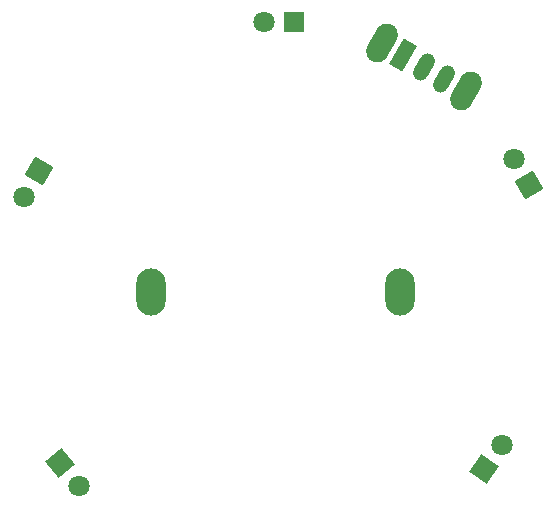
<source format=gbr>
%TF.GenerationSoftware,KiCad,Pcbnew,(6.0.1)*%
%TF.CreationDate,2022-04-19T14:46:11-07:00*%
%TF.ProjectId,Alpenglow_GoldSun_PCB,416c7065-6e67-46c6-9f77-5f476f6c6453,rev?*%
%TF.SameCoordinates,Original*%
%TF.FileFunction,Soldermask,Top*%
%TF.FilePolarity,Negative*%
%FSLAX46Y46*%
G04 Gerber Fmt 4.6, Leading zero omitted, Abs format (unit mm)*
G04 Created by KiCad (PCBNEW (6.0.1)) date 2022-04-19 14:46:11*
%MOMM*%
%LPD*%
G01*
G04 APERTURE LIST*
G04 Aperture macros list*
%AMHorizOval*
0 Thick line with rounded ends*
0 $1 width*
0 $2 $3 position (X,Y) of the first rounded end (center of the circle)*
0 $4 $5 position (X,Y) of the second rounded end (center of the circle)*
0 Add line between two ends*
20,1,$1,$2,$3,$4,$5,0*
0 Add two circle primitives to create the rounded ends*
1,1,$1,$2,$3*
1,1,$1,$4,$5*%
%AMRotRect*
0 Rectangle, with rotation*
0 The origin of the aperture is its center*
0 $1 length*
0 $2 width*
0 $3 Rotation angle, in degrees counterclockwise*
0 Add horizontal line*
21,1,$1,$2,0,0,$3*%
G04 Aperture macros list end*
%ADD10R,1.800000X1.800000*%
%ADD11C,1.800000*%
%ADD12RotRect,1.800000X1.800000X240.000000*%
%ADD13RotRect,1.800000X1.800000X120.000000*%
%ADD14RotRect,1.800000X1.800000X310.000000*%
%ADD15RotRect,1.800000X1.800000X55.000000*%
%ADD16O,2.500000X4.000000*%
%ADD17HorizOval,1.900000X-0.400000X-0.692820X0.400000X0.692820X0*%
%ADD18RotRect,1.300000X2.500000X330.000000*%
%ADD19HorizOval,1.300000X-0.300000X-0.519615X0.300000X0.519615X0*%
G04 APERTURE END LIST*
D10*
%TO.C,D1*%
X153924000Y-66548000D03*
D11*
X151384000Y-66548000D03*
%TD*%
D12*
%TO.C,D2*%
X132334000Y-79121000D03*
D11*
X131064000Y-81320705D03*
%TD*%
D13*
%TO.C,D3*%
X173812200Y-80365600D03*
D11*
X172542200Y-78165895D03*
%TD*%
D14*
%TO.C,D4*%
X134112000Y-103886000D03*
D11*
X135744681Y-105831753D03*
%TD*%
D15*
%TO.C,D5*%
X170053000Y-104394000D03*
D11*
X171509884Y-102313354D03*
%TD*%
D16*
%TO.C,BT1*%
X141859000Y-89408000D03*
X162941000Y-89408000D03*
%TD*%
D17*
%TO.C,SW1*%
X161376347Y-68292000D03*
X168477755Y-72392000D03*
D18*
X163195000Y-69342000D03*
D19*
X164927051Y-70342000D03*
X166659102Y-71342000D03*
%TD*%
M02*

</source>
